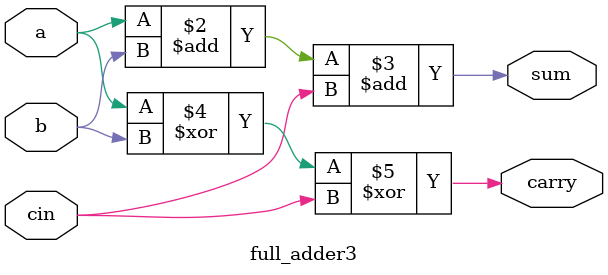
<source format=v>
module full_adder3(a,b,cin,sum,carry);
input a,b,cin;
output reg sum,carry;
always@(*)begin
sum=a+b+cin;
carry=a^b^cin;
end
endmodule

</source>
